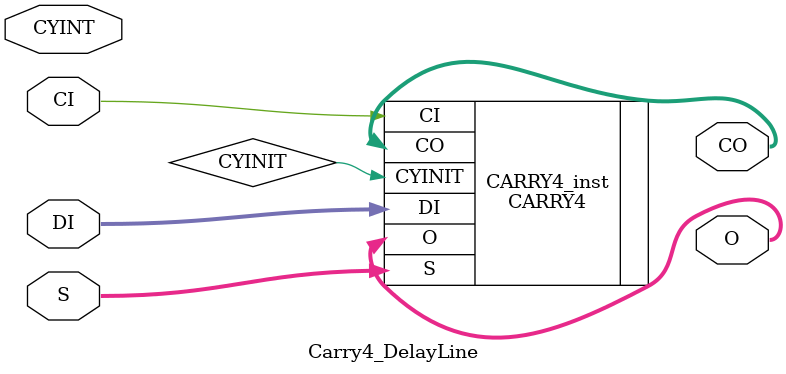
<source format=v>

`timescale 1ns / 100ps


module Carry4_DelayLine(

   input  wire CI,         //First MUX input
   input  wire CYINT,      //First MUX input
   input  wire [3:0] DI,   //Data-in (MUX '0' input) 
   input  wire [3:0] S,    //Selection bus

   output wire [3:0]CO,    //
   output wire [3:0]O      //

   );
  
   //CARRY4: Fast Carry Logic Component
   // 7 Series
   // Xilinx HDL Libraries Guide, version 2012.2
   CARRY4 CARRY4_inst (
   
      .CO(CO),          // 4-bit carry out
      .O(O),            // 4-bit carry chain XOR data out
      .CI(CI),          // 1-bit carry cascade input
      .CYINIT(CYINIT),  // 1-bit carry initialization
      .DI(DI),          // 4-bit carry-MUX data in
      .S(S)             // 4-bit carry-MUX select input
	  
   );
   // End of CARRY4_inst instantiation   
   
   
endmodule
</source>
